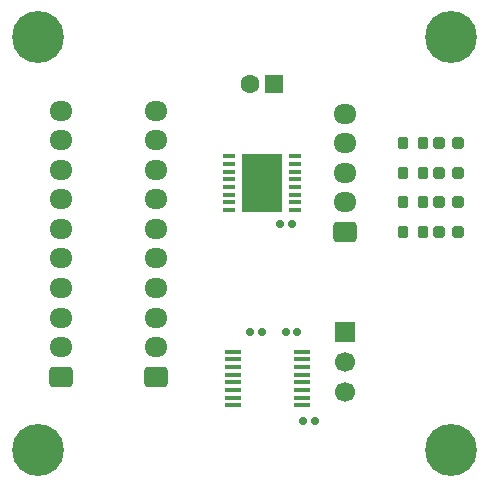
<source format=gbr>
%TF.GenerationSoftware,KiCad,Pcbnew,9.0.2*%
%TF.CreationDate,2025-10-06T17:20:07-07:00*%
%TF.ProjectId,driver2,64726976-6572-4322-9e6b-696361645f70,rev?*%
%TF.SameCoordinates,Original*%
%TF.FileFunction,Soldermask,Top*%
%TF.FilePolarity,Negative*%
%FSLAX46Y46*%
G04 Gerber Fmt 4.6, Leading zero omitted, Abs format (unit mm)*
G04 Created by KiCad (PCBNEW 9.0.2) date 2025-10-06 17:20:07*
%MOMM*%
%LPD*%
G01*
G04 APERTURE LIST*
G04 Aperture macros list*
%AMRoundRect*
0 Rectangle with rounded corners*
0 $1 Rounding radius*
0 $2 $3 $4 $5 $6 $7 $8 $9 X,Y pos of 4 corners*
0 Add a 4 corners polygon primitive as box body*
4,1,4,$2,$3,$4,$5,$6,$7,$8,$9,$2,$3,0*
0 Add four circle primitives for the rounded corners*
1,1,$1+$1,$2,$3*
1,1,$1+$1,$4,$5*
1,1,$1+$1,$6,$7*
1,1,$1+$1,$8,$9*
0 Add four rect primitives between the rounded corners*
20,1,$1+$1,$2,$3,$4,$5,0*
20,1,$1+$1,$4,$5,$6,$7,0*
20,1,$1+$1,$6,$7,$8,$9,0*
20,1,$1+$1,$8,$9,$2,$3,0*%
G04 Aperture macros list end*
%ADD10RoundRect,0.250000X0.725000X-0.600000X0.725000X0.600000X-0.725000X0.600000X-0.725000X-0.600000X0*%
%ADD11O,1.950000X1.700000*%
%ADD12R,1.700000X1.700000*%
%ADD13C,1.700000*%
%ADD14C,2.600000*%
%ADD15C,4.400000*%
%ADD16RoundRect,0.239000X-0.239000X-0.274000X0.239000X-0.274000X0.239000X0.274000X-0.239000X0.274000X0*%
%ADD17RoundRect,0.159000X0.159000X0.189000X-0.159000X0.189000X-0.159000X-0.189000X0.159000X-0.189000X0*%
%ADD18RoundRect,0.250000X0.550000X0.550000X-0.550000X0.550000X-0.550000X-0.550000X0.550000X-0.550000X0*%
%ADD19C,1.600000*%
%ADD20R,1.050000X0.450000*%
%ADD21R,3.400000X5.000000*%
%ADD22RoundRect,0.219000X0.219000X0.294000X-0.219000X0.294000X-0.219000X-0.294000X0.219000X-0.294000X0*%
%ADD23R,1.461999X0.354800*%
G04 APERTURE END LIST*
D10*
%TO.C,Ser2*%
X32500000Y-51250000D03*
D11*
X32500000Y-48750000D03*
X32500000Y-46250000D03*
X32500000Y-43750000D03*
X32500000Y-41250000D03*
X32500000Y-38750000D03*
X32500000Y-36250000D03*
X32500000Y-33750000D03*
X32500000Y-31250000D03*
X32500000Y-28750000D03*
%TD*%
%TO.C,Ser1*%
X24500000Y-28750000D03*
X24500000Y-31250000D03*
X24500000Y-33750000D03*
X24500000Y-36250000D03*
X24500000Y-38750000D03*
X24500000Y-41250000D03*
X24500000Y-43750000D03*
X24500000Y-46250000D03*
X24500000Y-48750000D03*
D10*
X24500000Y-51250000D03*
%TD*%
D12*
%TO.C,Hall1*%
X48500000Y-47500000D03*
D13*
X48500000Y-50040000D03*
X48500000Y-52580000D03*
%TD*%
D14*
%TO.C,H4*%
X57500000Y-57500000D03*
D15*
X57500000Y-57500000D03*
%TD*%
D16*
%TO.C,D1*%
X56500000Y-39000000D03*
X58080000Y-39000000D03*
%TD*%
D17*
%TO.C,C1*%
X44500000Y-47500000D03*
X43500000Y-47500000D03*
%TD*%
D18*
%TO.C,C3*%
X42500000Y-26500000D03*
D19*
X40500000Y-26500000D03*
%TD*%
D20*
%TO.C,Driver1*%
X44275000Y-37150000D03*
X44275000Y-36500000D03*
X44275000Y-35850000D03*
X44275000Y-35200000D03*
X44275000Y-34550000D03*
X44275000Y-33900000D03*
X44275000Y-33250000D03*
X44275000Y-32600000D03*
X38725000Y-32600000D03*
X38725000Y-33250000D03*
X38725000Y-33900000D03*
X38725000Y-34550000D03*
X38725000Y-35200000D03*
X38725000Y-35850000D03*
X38725000Y-36500000D03*
X38725000Y-37150000D03*
D21*
X41500000Y-34875000D03*
%TD*%
D16*
%TO.C,D2*%
X56500000Y-36500000D03*
X58080000Y-36500000D03*
%TD*%
D22*
%TO.C,R2*%
X55110000Y-36500000D03*
X53470000Y-36500000D03*
%TD*%
D17*
%TO.C,R6*%
X46000000Y-55000000D03*
X45000000Y-55000000D03*
%TD*%
D22*
%TO.C,R3*%
X55110000Y-34000000D03*
X53470000Y-34000000D03*
%TD*%
%TO.C,R1*%
X55110000Y-39000000D03*
X53470000Y-39000000D03*
%TD*%
D16*
%TO.C,D3*%
X56500000Y-34000000D03*
X58080000Y-34000000D03*
%TD*%
D14*
%TO.C,H2*%
X57500000Y-22500000D03*
D15*
X57500000Y-22500000D03*
%TD*%
D14*
%TO.C,H3*%
X22500000Y-57500000D03*
D15*
X22500000Y-57500000D03*
%TD*%
D14*
%TO.C,H1*%
X22500000Y-22500000D03*
D15*
X22500000Y-22500000D03*
%TD*%
D10*
%TO.C,Motor1*%
X48500000Y-39000000D03*
D11*
X48500000Y-36500000D03*
X48500000Y-34000000D03*
X48500000Y-31500000D03*
X48500000Y-29000000D03*
%TD*%
D16*
%TO.C,D4*%
X56500000Y-31500000D03*
X58080000Y-31500000D03*
%TD*%
D17*
%TO.C,R5*%
X41500000Y-47500000D03*
X40500000Y-47500000D03*
%TD*%
D22*
%TO.C,R4*%
X55110000Y-31500000D03*
X53470000Y-31500000D03*
%TD*%
D17*
%TO.C,C2*%
X44025000Y-38375000D03*
X43025000Y-38375000D03*
%TD*%
D23*
%TO.C,U1*%
X39079000Y-49145001D03*
X39079000Y-49794999D03*
X39079000Y-50445001D03*
X39079000Y-51094999D03*
X39079000Y-51744998D03*
X39079000Y-52394999D03*
X39079000Y-53044998D03*
X39079000Y-53694999D03*
X44921000Y-53694999D03*
X44921000Y-53045001D03*
X44921000Y-52394999D03*
X44921000Y-51745001D03*
X44921000Y-51095002D03*
X44921000Y-50445001D03*
X44921000Y-49795002D03*
X44921000Y-49145001D03*
%TD*%
M02*

</source>
